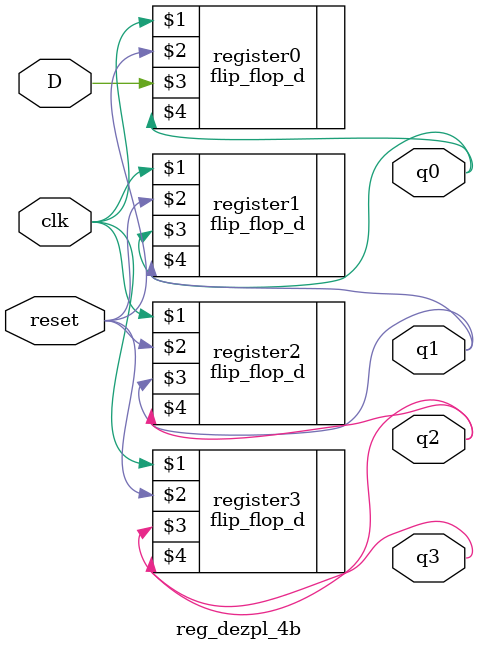
<source format=v>
`timescale 1ns / 1ps


module reg_dezpl_4b(clk,D,reset,q0,q1,q2,q3);

    input clk;
    //input en;
    input D;
    input reset;
    output q0,q1,q2,q3;
    
    flip_flop_d register0(clk,reset,D,q0);
    flip_flop_d register1(clk,reset,q0,q1);
    flip_flop_d register2(clk,reset,q1,q2);
    flip_flop_d register3 (clk,reset,q2,q3);

endmodule

</source>
